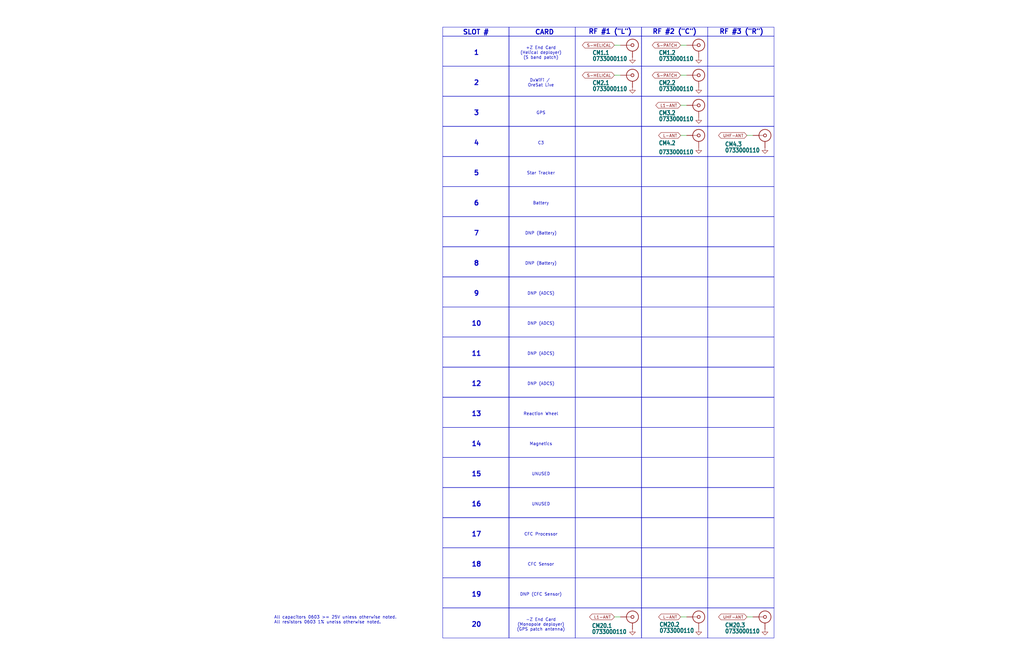
<source format=kicad_sch>
(kicad_sch (version 20250114) (generator "eeschema") (generator_version "9.0")
  (paper "USLedger")
  (title_block (title "OreSat1 2U Backplane") (date "2025-09-28") (rev "1.0") (company "Portland State Aerospace Society"))
  (lib_symbols
    (symbol "oresat-connectors:J-MOLEX-SMPM-73300-0111X_1"
      (property "Reference" "CM2.2" (at 3.81 -3.81 0))
      (property "Value" "J-MOLEX-SMPM-73300-0111X_1" (at 3.81 -6.35 0))
      (symbol "J-MOLEX-SMPM-73300-0111X_1_1_0"
        (polyline (pts (xy -2.54 0) (xy -0.635 0)) (stroke (width 0.1524)))
        (circle (center 0 0) (radius 0.635) (stroke (width 0.254)))
        (circle (center 0 0) (radius 2.54) (stroke (width 0.254)))
        (pin passive line (at -5.08 0 0) (length 2.54) (name "RF") (number "RF-DOWN"))
        (pin passive line (at 0 -5.08 90) (length 2.54) (name "SHIELD1") (number "GND"))
      )
    )
    (symbol "power:GND" (power) (pin_numbers (hide yes)) (pin_names (offset 0) (hide yes))
      (property "Value" "GND" (at 0 -3.81 0))
      (symbol "GND_0_1"
        (polyline (pts (xy 0 0) (xy 0 -1.27) (xy 1.27 -1.27) (xy 0 -2.54) (xy -1.27 -1.27) (xy 0 -1.27)))
      )
      (symbol "GND_1_1"
        (pin power_in line (at 0 0 270) (length 0) (name "~") (number "1"))
      )
    )
  )
  (rectangle (start 186.69 40.64) (end 214.63 53.34))
  (rectangle (start 214.63 27.94) (end 242.57 40.64))
  (rectangle (start 214.63 256.54) (end 242.57 269.24))
  (rectangle (start 270.51 11.43) (end 298.45 15.24))
  (rectangle (start 298.45 142.24) (end 326.39 154.94))
  (rectangle (start 270.51 66.04) (end 298.45 78.74))
  (rectangle (start 298.45 104.14) (end 326.39 116.84))
  (rectangle (start 270.51 243.84) (end 298.45 256.54))
  (rectangle (start 298.45 243.84) (end 326.39 256.54))
  (rectangle (start 242.57 231.14) (end 270.51 243.84))
  (rectangle (start 186.69 180.34) (end 214.63 193.04))
  (rectangle (start 186.69 256.54) (end 214.63 269.24))
  (rectangle (start 242.57 180.34) (end 270.51 193.04))
  (rectangle (start 242.57 142.24) (end 270.51 154.94))
  (rectangle (start 270.51 27.94) (end 298.45 40.64))
  (rectangle (start 270.51 180.34) (end 298.45 193.04))
  (rectangle (start 298.45 180.34) (end 326.39 193.04))
  (rectangle (start 298.45 11.43) (end 326.39 15.24))
  (rectangle (start 186.69 104.14) (end 214.63 116.84))
  (rectangle (start 242.57 91.44) (end 270.51 104.14))
  (rectangle (start 242.57 256.54) (end 270.51 269.24))
  (rectangle (start 214.63 116.84) (end 242.57 129.54))
  (rectangle (start 242.57 27.94) (end 270.51 40.64))
  (rectangle (start 242.57 40.64) (end 270.51 53.34))
  (rectangle (start 298.45 256.54) (end 326.39 269.24))
  (rectangle (start 186.69 243.84) (end 214.63 256.54))
  (rectangle (start 298.45 129.54) (end 326.39 142.24))
  (rectangle (start 298.45 15.24) (end 326.39 27.94))
  (rectangle (start 214.63 53.34) (end 242.57 66.04))
  (rectangle (start 298.45 53.34) (end 326.39 66.04))
  (rectangle (start 298.45 78.74) (end 326.39 91.44))
  (rectangle (start 298.45 231.14) (end 326.39 243.84))
  (rectangle (start 242.57 53.34) (end 270.51 66.04))
  (rectangle (start 214.63 154.94) (end 242.57 167.64))
  (rectangle (start 298.45 40.64) (end 326.39 53.34))
  (rectangle (start 186.69 205.74) (end 214.63 218.44))
  (rectangle (start 242.57 15.24) (end 270.51 27.94))
  (rectangle (start 270.51 205.74) (end 298.45 218.44))
  (rectangle (start 186.69 11.43) (end 214.63 15.24))
  (rectangle (start 186.69 27.94) (end 214.63 40.64))
  (rectangle (start 270.51 91.44) (end 298.45 104.14))
  (rectangle (start 270.51 218.44) (end 298.45 231.14))
  (rectangle (start 298.45 193.04) (end 326.39 205.74))
  (rectangle (start 214.63 78.74) (end 242.57 91.44))
  (rectangle (start 298.45 66.04) (end 326.39 78.74))
  (rectangle (start 186.69 66.04) (end 214.63 78.74))
  (rectangle (start 186.69 142.24) (end 214.63 154.94))
  (rectangle (start 186.69 167.64) (end 214.63 180.34))
  (rectangle (start 242.57 193.04) (end 270.51 205.74))
  (rectangle (start 214.63 104.14) (end 242.57 116.84))
  (rectangle (start 214.63 193.04) (end 242.57 205.74))
  (rectangle (start 270.51 40.64) (end 298.45 53.34))
  (rectangle (start 186.69 154.94) (end 214.63 167.64))
  (rectangle (start 214.63 231.14) (end 242.57 243.84))
  (rectangle (start 242.57 104.14) (end 270.51 116.84))
  (rectangle (start 270.51 256.54) (end 298.45 269.24))
  (rectangle (start 298.45 218.44) (end 326.39 231.14))
  (rectangle (start 242.57 154.94) (end 270.51 167.64))
  (rectangle (start 186.69 231.14) (end 214.63 243.84))
  (rectangle (start 242.57 78.74) (end 270.51 91.44))
  (rectangle (start 214.63 66.04) (end 242.57 78.74))
  (rectangle (start 186.69 53.34) (end 214.63 66.04))
  (rectangle (start 270.51 231.14) (end 298.45 243.84))
  (rectangle (start 214.63 142.24) (end 242.57 154.94))
  (rectangle (start 214.63 218.44) (end 242.57 231.14))
  (rectangle (start 298.45 205.74) (end 326.39 218.44))
  (rectangle (start 270.51 104.14) (end 298.45 116.84))
  (rectangle (start 214.63 11.43) (end 242.57 15.24))
  (rectangle (start 186.69 116.84) (end 214.63 129.54))
  (rectangle (start 270.51 53.34) (end 298.45 66.04))
  (rectangle (start 186.69 129.54) (end 214.63 142.24))
  (rectangle (start 298.45 154.94) (end 326.39 167.64))
  (rectangle (start 270.51 15.24) (end 298.45 27.94))
  (rectangle (start 214.63 129.54) (end 242.57 142.24))
  (rectangle (start 242.57 116.84) (end 270.51 129.54))
  (rectangle (start 270.51 154.94) (end 298.45 167.64))
  (rectangle (start 186.69 15.24) (end 214.63 27.94))
  (rectangle (start 214.63 167.64) (end 242.57 180.34))
  (rectangle (start 242.57 129.54) (end 270.51 142.24))
  (rectangle (start 214.63 15.24) (end 242.57 27.94))
  (rectangle (start 270.51 129.54) (end 298.45 142.24))
  (rectangle (start 298.45 116.84) (end 326.39 129.54))
  (rectangle (start 242.57 66.04) (end 270.51 78.74))
  (rectangle (start 242.57 11.43) (end 270.51 15.24))
  (rectangle (start 298.45 27.94) (end 326.39 40.64))
  (rectangle (start 270.51 116.84) (end 298.45 129.54))
  (rectangle (start 298.45 91.44) (end 326.39 104.14))
  (rectangle (start 298.45 167.64) (end 326.39 180.34))
  (rectangle (start 242.57 243.84) (end 270.51 256.54))
  (rectangle (start 270.51 193.04) (end 298.45 205.74))
  (rectangle (start 270.51 167.64) (end 298.45 180.34))
  (rectangle (start 214.63 180.34) (end 242.57 193.04))
  (rectangle (start 242.57 218.44) (end 270.51 231.14))
  (rectangle (start 214.63 40.64) (end 242.57 53.34))
  (rectangle (start 186.69 91.44) (end 214.63 104.14))
  (rectangle (start 186.69 193.04) (end 214.63 205.74))
  (rectangle (start 270.51 78.74) (end 298.45 91.44))
  (rectangle (start 270.51 142.24) (end 298.45 154.94))
  (rectangle (start 214.63 205.74) (end 242.57 218.44))
  (rectangle (start 186.69 78.74) (end 214.63 91.44))
  (rectangle (start 214.63 243.84) (end 242.57 256.54))
  (rectangle (start 242.57 205.74) (end 270.51 218.44))
  (rectangle (start 242.57 167.64) (end 270.51 180.34))
  (rectangle (start 214.63 91.44) (end 242.57 104.14))
  (rectangle (start 186.69 218.44) (end 214.63 231.14))
  (text "7" (at 200.914 98.552 0) (effects (font (size 2 2) (thickness 0.4) (bold yes))))
  (text "SLOT #" (at 200.66 13.716 0) (effects (font (size 2 2) (thickness 0.4) (bold yes))))
  (text "17" (at 200.914 225.552 0) (effects (font (size 2 2) (thickness 0.4) (bold yes))))
  (text "+Z End Card\n(Helical deployer)\n(S band patch)\n" (at 228.092 22.352 0) (effects (font (size 1.27 1.27))))
  (text "13" (at 200.914 174.752 0) (effects (font (size 2 2) (thickness 0.4) (bold yes))))
  (text "RF #3 (\"R\")" (at 312.674 13.462 0) (effects (font (size 2 2) (thickness 0.4) (bold yes))))
  (text "DxWiFi / \nOreSat Live" (at 228.092 35.052 0) (effects (font (size 1.27 1.27))))
  (text "8" (at 200.914 111.252 0) (effects (font (size 2 2) (thickness 0.4) (bold yes))))
  (text "UNUSED" (at 228.092 212.852 0) (effects (font (size 1.27 1.27))))
  (text "15" (at 200.914 200.152 0) (effects (font (size 2 2) (thickness 0.4) (bold yes))))
  (text "6" (at 200.914 85.852 0) (effects (font (size 2 2) (thickness 0.4) (bold yes))))
  (text "11" (at 200.914 149.352 0) (effects (font (size 2 2) (thickness 0.4) (bold yes))))
  (text "5" (at 200.914 73.152 0) (effects (font (size 2 2) (thickness 0.4) (bold yes))))
  (text "Star Tracker" (at 228.092 73.152 0) (effects (font (size 1.27 1.27))))
  (text "4" (at 200.914 60.452 0) (effects (font (size 2 2) (thickness 0.4) (bold yes))))
  (text "1" (at 200.914 22.352 0) (effects (font (size 2 2) (thickness 0.4) (bold yes))))
  (text "10" (at 200.914 136.652 0) (effects (font (size 2 2) (thickness 0.4) (bold yes))))
  (text "12" (at 200.914 162.052 0) (effects (font (size 2 2) (thickness 0.4) (bold yes))))
  (text "Battery" (at 228.092 85.852 0) (effects (font (size 1.27 1.27))))
  (text "14" (at 200.914 187.452 0) (effects (font (size 2 2) (thickness 0.4) (bold yes))))
  (text "19" (at 200.914 250.952 0) (effects (font (size 2 2) (thickness 0.4) (bold yes))))
  (text "DNP (CFC Sensor)" (at 228.092 250.952 0) (effects (font (size 1.27 1.27))))
  (text "GPS" (at 228.092 47.752 0) (effects (font (size 1.27 1.27))))
  (text "RF #1 (\"L\")" (at 257.302 13.462 0) (effects (font (size 2 2) (thickness 0.4) (bold yes))))
  (text "DNP (ADCS)" (at 228.092 123.952 0) (effects (font (size 1.27 1.27))))
  (text "9" (at 200.914 123.952 0) (effects (font (size 2 2) (thickness 0.4) (bold yes))))
  (text "2" (at 200.914 35.052 0) (effects (font (size 2 2) (thickness 0.4) (bold yes))))
  (text "UNUSED" (at 228.092 200.152 0) (effects (font (size 1.27 1.27))))
  (text "CARD" (at 229.616 13.716 0) (effects (font (size 2 2) (thickness 0.4) (bold yes))))
  (text "C3" (at 228.092 60.452 0) (effects (font (size 1.27 1.27))))
  (text "CFC Sensor" (at 228.092 238.252 0) (effects (font (size 1.27 1.27))))
  (text "20" (at 200.914 263.652 0) (effects (font (size 2 2) (thickness 0.4) (bold yes))))
  (text "Magnetics" (at 228.092 187.452 0) (effects (font (size 1.27 1.27))))
  (text "CFC Processor" (at 228.092 225.552 0) (effects (font (size 1.27 1.27))))
  (text "-Z End Card\n(Monopole deployer)\n(GPS patch antenna)" (at 228.092 263.652 0) (effects (font (size 1.27 1.27))))
  (text "All capacitors 0603 >= 25V unless otherwise noted.\nAll resistors 0603 1% unelss otherwise noted." (at 115.57 261.62 0) (effects (font (size 1.27 1.27)) (justify left)))
  (text "RF #2 (\"C\")" (at 284.48 13.462 0) (effects (font (size 2 2) (thickness 0.4) (bold yes))))
  (text "18" (at 200.914 238.252 0) (effects (font (size 2 2) (thickness 0.4) (bold yes))))
  (text "DNP (Battery)" (at 228.092 98.552 0) (effects (font (size 1.27 1.27))))
  (text "Reaction Wheel" (at 228.092 174.752 0) (effects (font (size 1.27 1.27))))
  (text "DNP (ADCS)" (at 228.092 162.052 0) (effects (font (size 1.27 1.27))))
  (text "3" (at 200.914 47.752 0) (effects (font (size 2 2) (thickness 0.4) (bold yes))))
  (text "16" (at 200.914 212.852 0) (effects (font (size 2 2) (thickness 0.4) (bold yes))))
  (text "DNP (ADCS)" (at 228.092 136.652 0) (effects (font (size 1.27 1.27))))
  (text "DNP (ADCS)" (at 228.092 149.352 0) (effects (font (size 1.27 1.27))))
  (text "DNP (Battery)" (at 228.092 111.252 0) (effects (font (size 1.27 1.27))))
  (wire (pts (xy 261.62 31.75) (xy 259.08 31.75)))
  (wire (pts (xy 261.62 19.05) (xy 259.08 19.05)))
  (wire (pts (xy 314.96 57.15) (xy 317.5 57.15)))
  (wire (pts (xy 289.56 31.75) (xy 287.02 31.75)))
  (wire (pts (xy 289.56 44.45) (xy 287.02 44.45)))
  (wire (pts (xy 287.02 260.35) (xy 289.56 260.35)))
  (wire (pts (xy 287.02 57.15) (xy 289.56 57.15)))
  (wire (pts (xy 314.96 260.35) (xy 317.5 260.35)))
  (wire (pts (xy 289.56 19.05) (xy 287.02 19.05)))
  (wire (pts (xy 259.08 260.35) (xy 261.62 260.35)))
  (global_label "L-ANT" (shape bidirectional) (at 287.02 260.35 180) (effects (font (size 1.2446 1.2446))) (property "Intersheetrefs" "${INTERSHEET_REFS}" (effects (hide yes))))
  (global_label "UHF-ANT" (shape bidirectional) (at 314.96 260.35 180) (effects (font (size 1.2446 1.2446))) (property "Intersheetrefs" "${INTERSHEET_REFS}" (effects (hide yes))))
  (global_label "L-ANT" (shape bidirectional) (at 287.02 57.15 180) (effects (font (size 1.2446 1.2446))) (property "Intersheetrefs" "${INTERSHEET_REFS}" (effects (hide yes))))
  (global_label "S-HELICAL" (shape bidirectional) (at 259.08 19.05 180) (effects (font (size 1.2446 1.2446))) (property "Intersheetrefs" "${INTERSHEET_REFS}" (effects (hide yes))))
  (global_label "S-HELICAL" (shape bidirectional) (at 259.08 31.75 180) (effects (font (size 1.2446 1.2446))) (property "Intersheetrefs" "${INTERSHEET_REFS}" (effects (hide yes))))
  (global_label "UHF-ANT" (shape bidirectional) (at 314.96 57.15 180) (effects (font (size 1.2446 1.2446))) (property "Intersheetrefs" "${INTERSHEET_REFS}" (effects (hide yes))))
  (global_label "S-PATCH" (shape bidirectional) (at 287.02 19.05 180) (effects (font (size 1.2446 1.2446))) (property "Intersheetrefs" "${INTERSHEET_REFS}" (effects (hide yes))))
  (global_label "S-PATCH" (shape bidirectional) (at 287.02 31.75 180) (effects (font (size 1.2446 1.2446))) (property "Intersheetrefs" "${INTERSHEET_REFS}" (effects (hide yes))))
  (global_label "L1-ANT" (shape bidirectional) (at 287.02 44.45 180) (effects (font (size 1.2446 1.2446))) (property "Intersheetrefs" "${INTERSHEET_REFS}" (effects (hide yes))))
  (global_label "L1-ANT" (shape bidirectional) (at 259.08 260.35 180) (effects (font (size 1.2446 1.2446))) (property "Intersheetrefs" "${INTERSHEET_REFS}" (effects (hide yes))))
  (symbol (lib_id "power:GND") (at 294.64 36.83 0) (unit 1)
    (property "Reference" "#GND028" (effects (hide yes)))
    (property "Value" "GND" (effects (hide yes)))
  )
  (symbol (lib_id "oresat-connectors:J-MOLEX-SMPM-73300-0111X_1") (at 322.58 260.35 0) (unit 1)
    (property "Reference" "CM20.3" (at 305.562 264.922 0) (effects (font (size 1.778 1.5113) (bold yes)) (justify left bottom)))
    (property "Value" "0733000110" (at 305.562 267.462 0) (effects (font (size 1.778 1.5113) (bold yes)) (justify left bottom)))
    (property "Footprint" "oresat-connectors:J-MOLEX-SMPM-73300-0111X-long" (effects (hide yes)))
    (property "Datasheet" "https://www.molex.com/en-us/products/part-detail/733000110?display=pdf" (effects (hide yes)))
    (property "Description" "SMPM Connector Plug, Male Pin 50 Ohms Surface Mount, Through Hole Solder" (effects (hide yes)))
    (property "DIS" "DigiKey" (effects (hide yes)))
    (property "DPN" "WM10770-ND" (effects (hide yes)))
    (property "MFR" "Molex" (effects (hide yes)))
    (property "MPN" "0733000110" (effects (hide yes)))
  )
  (symbol (lib_id "power:GND") (at 266.7 265.43 0) (unit 1)
    (property "Reference" "#GND0128" (effects (hide yes)))
    (property "Value" "GND" (effects (hide yes)))
  )
  (symbol (lib_id "oresat-connectors:J-MOLEX-SMPM-73300-0111X_1") (at 294.64 57.15 0) (unit 1)
    (property "Reference" "CM4.2" (at 277.622 61.468 0) (effects (font (size 1.778 1.5113) (bold yes)) (justify left bottom)))
    (property "Value" "0733000110" (at 277.622 65.278 0) (effects (font (size 1.778 1.5113) (bold yes)) (justify left bottom)))
    (property "Footprint" "oresat-connectors:J-MOLEX-SMPM-73300-0111X-long" (effects (hide yes)))
    (property "Datasheet" "https://www.molex.com/en-us/products/part-detail/733000110?display=pdf" (effects (hide yes)))
    (property "Description" "SMPM Connector Plug, Male Pin 50 Ohms Surface Mount, Through Hole Solder" (effects (hide yes)))
    (property "DIS" "DigiKey" (effects (hide yes)))
    (property "DPN" "WM10770-ND" (effects (hide yes)))
    (property "MFR" "Molex" (effects (hide yes)))
    (property "MPN" "0733000110" (effects (hide yes)))
  )
  (symbol (lib_id "oresat-connectors:J-MOLEX-SMPM-73300-0111X_1") (at 294.64 31.75 0) (unit 1)
    (property "Reference" "CM2.2" (at 277.622 36.068 0) (effects (font (size 1.778 1.5113) (bold yes)) (justify left bottom)))
    (property "Value" "0733000110" (at 277.622 38.608 0) (effects (font (size 1.778 1.5113) (bold yes)) (justify left bottom)))
    (property "Footprint" "oresat-connectors:J-MOLEX-SMPM-73300-0111X-long" (effects (hide yes)))
    (property "Datasheet" "https://www.molex.com/en-us/products/part-detail/733000110?display=pdf" (effects (hide yes)))
    (property "Description" "SMPM Connector Plug, Male Pin 50 Ohms Surface Mount, Through Hole Solder" (effects (hide yes)))
    (property "DIS" "DigiKey" (effects (hide yes)))
    (property "DPN" "WM10770-ND" (effects (hide yes)))
    (property "MFR" "Molex" (effects (hide yes)))
    (property "MPN" "0733000110" (effects (hide yes)))
  )
  (symbol (lib_id "oresat-connectors:J-MOLEX-SMPM-73300-0111X_1") (at 294.64 260.35 0) (unit 1)
    (property "Reference" "CM20.2" (at 277.876 264.668 0) (effects (font (size 1.778 1.5113) (bold yes)) (justify left bottom)))
    (property "Value" "0733000110" (at 277.876 267.208 0) (effects (font (size 1.778 1.5113) (bold yes)) (justify left bottom)))
    (property "Footprint" "oresat-connectors:J-MOLEX-SMPM-73300-0111X-long" (effects (hide yes)))
    (property "Datasheet" "https://www.molex.com/en-us/products/part-detail/733000110?display=pdf" (effects (hide yes)))
    (property "Description" "SMPM Connector Plug, Male Pin 50 Ohms Surface Mount, Through Hole Solder" (effects (hide yes)))
    (property "DIS" "DigiKey" (effects (hide yes)))
    (property "DPN" "WM10770-ND" (effects (hide yes)))
    (property "MFR" "Molex" (effects (hide yes)))
    (property "MPN" "0733000110" (effects (hide yes)))
  )
  (symbol (lib_id "power:GND") (at 294.64 265.43 0) (unit 1)
    (property "Reference" "#GND0129" (effects (hide yes)))
    (property "Value" "GND" (effects (hide yes)))
  )
  (symbol (lib_id "oresat-connectors:J-MOLEX-SMPM-73300-0111X_1") (at 294.64 44.45 0) (unit 1)
    (property "Reference" "CM3.2" (at 277.622 48.768 0) (effects (font (size 1.778 1.5113) (bold yes)) (justify left bottom)))
    (property "Value" "0733000110" (at 277.622 51.308 0) (effects (font (size 1.778 1.5113) (bold yes)) (justify left bottom)))
    (property "Footprint" "oresat-connectors:J-MOLEX-SMPM-73300-0111X-long" (effects (hide yes)))
    (property "Datasheet" "https://www.molex.com/en-us/products/part-detail/733000110?display=pdf" (effects (hide yes)))
    (property "Description" "SMPM Connector Plug, Male Pin 50 Ohms Surface Mount, Through Hole Solder" (effects (hide yes)))
    (property "DIS" "DigiKey" (effects (hide yes)))
    (property "DPN" "WM10770-ND" (effects (hide yes)))
    (property "MFR" "Molex" (effects (hide yes)))
    (property "MPN" "0733000110" (effects (hide yes)))
  )
  (symbol (lib_id "power:GND") (at 294.64 49.53 0) (unit 1)
    (property "Reference" "#GND0131" (effects (hide yes)))
    (property "Value" "GND" (effects (hide yes)))
  )
  (symbol (lib_id "power:GND") (at 294.64 62.23 0) (unit 1)
    (property "Reference" "#GND0127" (effects (hide yes)))
    (property "Value" "GND" (effects (hide yes)))
  )
  (symbol (lib_id "oresat-connectors:J-MOLEX-SMPM-73300-0111X_1") (at 266.7 260.35 0) (unit 1)
    (property "Reference" "CM20.1" (at 249.428 265.176 0) (effects (font (size 1.778 1.5113) (bold yes)) (justify left bottom)))
    (property "Value" "0733000110" (at 249.428 267.716 0) (effects (font (size 1.778 1.5113) (bold yes)) (justify left bottom)))
    (property "Footprint" "oresat-connectors:J-MOLEX-SMPM-73300-0111X-long" (effects (hide yes)))
    (property "Datasheet" "https://www.molex.com/en-us/products/part-detail/733000110?display=pdf" (effects (hide yes)))
    (property "Description" "SMPM Connector Plug, Male Pin 50 Ohms Surface Mount, Through Hole Solder" (effects (hide yes)))
    (property "DIS" "DigiKey" (effects (hide yes)))
    (property "DPN" "WM10770-ND" (effects (hide yes)))
    (property "MFR" "Molex" (effects (hide yes)))
    (property "MPN" "0733000110" (effects (hide yes)))
  )
  (symbol (lib_id "oresat-connectors:J-MOLEX-SMPM-73300-0111X_1") (at 266.7 31.75 0) (unit 1)
    (property "Reference" "CM2.1" (at 249.682 36.068 0) (effects (font (size 1.778 1.5113) (bold yes)) (justify left bottom)))
    (property "Value" "0733000110" (at 249.682 38.608 0) (effects (font (size 1.778 1.5113) (bold yes)) (justify left bottom)))
    (property "Footprint" "oresat-connectors:J-MOLEX-SMPM-73300-0111X-long" (effects (hide yes)))
    (property "Datasheet" "https://www.molex.com/en-us/products/part-detail/733000110?display=pdf" (effects (hide yes)))
    (property "Description" "SMPM Connector Plug, Male Pin 50 Ohms Surface Mount, Through Hole Solder" (effects (hide yes)))
    (property "DIS" "DigiKey" (effects (hide yes)))
    (property "DPN" "WM10770-ND" (effects (hide yes)))
    (property "MFR" "Molex" (effects (hide yes)))
    (property "MPN" "0733000110" (effects (hide yes)))
  )
  (symbol (lib_id "oresat-connectors:J-MOLEX-SMPM-73300-0111X_1") (at 322.58 57.15 0) (unit 1)
    (property "Reference" "CM4.3" (at 305.562 61.976 0) (effects (font (size 1.778 1.5113) (bold yes)) (justify left bottom)))
    (property "Value" "0733000110" (at 305.562 64.516 0) (effects (font (size 1.778 1.5113) (bold yes)) (justify left bottom)))
    (property "Footprint" "oresat-connectors:J-MOLEX-SMPM-73300-0111X-long" (effects (hide yes)))
    (property "Datasheet" "https://www.molex.com/en-us/products/part-detail/733000110?display=pdf" (effects (hide yes)))
    (property "Description" "SMPM Connector Plug, Male Pin 50 Ohms Surface Mount, Through Hole Solder" (effects (hide yes)))
    (property "DIS" "DigiKey" (effects (hide yes)))
    (property "DPN" "WM10770-ND" (effects (hide yes)))
    (property "MFR" "Molex" (effects (hide yes)))
    (property "MPN" "0733000110" (effects (hide yes)))
  )
  (symbol (lib_id "oresat-connectors:J-MOLEX-SMPM-73300-0111X_1") (at 294.64 19.05 0) (unit 1)
    (property "Reference" "CM1.2" (at 277.622 23.368 0) (effects (font (size 1.778 1.5113) (bold yes)) (justify left bottom)))
    (property "Value" "0733000110" (at 277.622 25.908 0) (effects (font (size 1.778 1.5113) (bold yes)) (justify left bottom)))
    (property "Footprint" "oresat-connectors:J-MOLEX-SMPM-73300-0111X-long" (effects (hide yes)))
    (property "Datasheet" "https://www.molex.com/en-us/products/part-detail/733000110?display=pdf" (effects (hide yes)))
    (property "Description" "SMPM Connector Plug, Male Pin 50 Ohms Surface Mount, Through Hole Solder" (effects (hide yes)))
    (property "DIS" "DigiKey" (effects (hide yes)))
    (property "DPN" "WM10770-ND" (effects (hide yes)))
    (property "MFR" "Molex" (effects (hide yes)))
    (property "MPN" "0733000110" (effects (hide yes)))
  )
  (symbol (lib_id "power:GND") (at 294.64 24.13 0) (unit 1)
    (property "Reference" "#GND027" (effects (hide yes)))
    (property "Value" "GND" (effects (hide yes)))
  )
  (symbol (lib_id "power:GND") (at 322.58 62.23 0) (unit 1)
    (property "Reference" "#GND0126" (effects (hide yes)))
    (property "Value" "GND" (effects (hide yes)))
  )
  (symbol (lib_id "power:GND") (at 266.7 36.83 0) (unit 1)
    (property "Reference" "#GND0130" (effects (hide yes)))
    (property "Value" "GND" (effects (hide yes)))
  )
  (symbol (lib_id "power:GND") (at 322.58 265.43 0) (unit 1)
    (property "Reference" "#GND0124" (effects (hide yes)))
    (property "Value" "GND" (effects (hide yes)))
  )
  (symbol (lib_id "power:GND") (at 266.7 24.13 0) (unit 1)
    (property "Reference" "#GND0125" (effects (hide yes)))
    (property "Value" "GND" (effects (hide yes)))
  )
  (symbol (lib_id "oresat-connectors:J-MOLEX-SMPM-73300-0111X_1") (at 266.7 19.05 0) (unit 1)
    (property "Reference" "CM1.1" (at 249.682 23.368 0) (effects (font (size 1.778 1.5113) (bold yes)) (justify left bottom)))
    (property "Value" "0733000110" (at 249.682 25.908 0) (effects (font (size 1.778 1.5113) (bold yes)) (justify left bottom)))
    (property "Footprint" "oresat-connectors:J-MOLEX-SMPM-73300-0111X-long" (effects (hide yes)))
    (property "Datasheet" "https://www.molex.com/en-us/products/part-detail/733000110?display=pdf" (effects (hide yes)))
    (property "Description" "SMPM Connector Plug, Male Pin 50 Ohms Surface Mount, Through Hole Solder" (effects (hide yes)))
    (property "DIS" "DigiKey" (effects (hide yes)))
    (property "DPN" "WM10770-ND" (effects (hide yes)))
    (property "MFR" "Molex" (effects (hide yes)))
    (property "MPN" "0733000110" (effects (hide yes)))
  )
)
</source>
